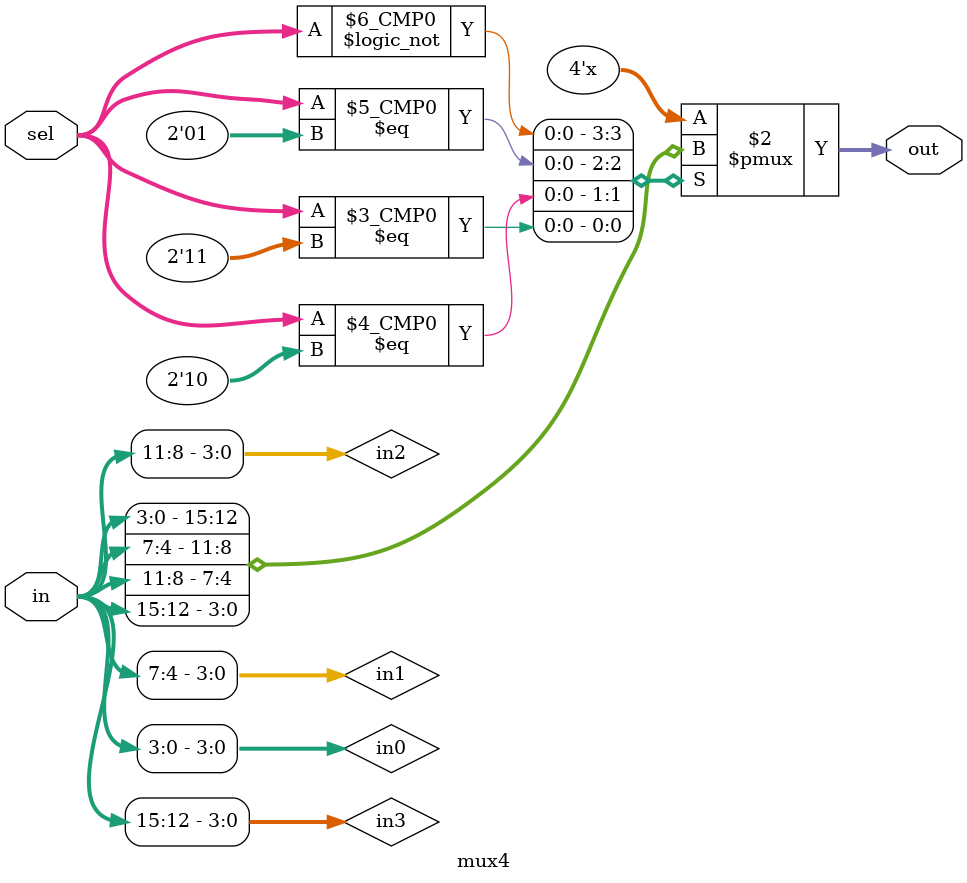
<source format=sv>
`timescale 1ns / 1ps



module mux4(
    input [15:0] in,
    input [1:0] sel,
    output reg [3:0] out
    );
    
    wire [3:0] in0;
    wire [3:0] in1;
    wire [3:0] in2;
    wire [3:0] in3;
   
    
    assign in0 = in[3:0];
    assign in1 = in[7:4];
    assign in2 = in[11:8];
    assign in3 = in[15:12];
    
    always @*
    begin
    
    case (sel) 
    2'b00 : out = in0;
    2'b01 : out = in1;
    2'b10 : out = in2;
    2'b11 : out = in3;
    endcase
    end
    
    
endmodule

</source>
